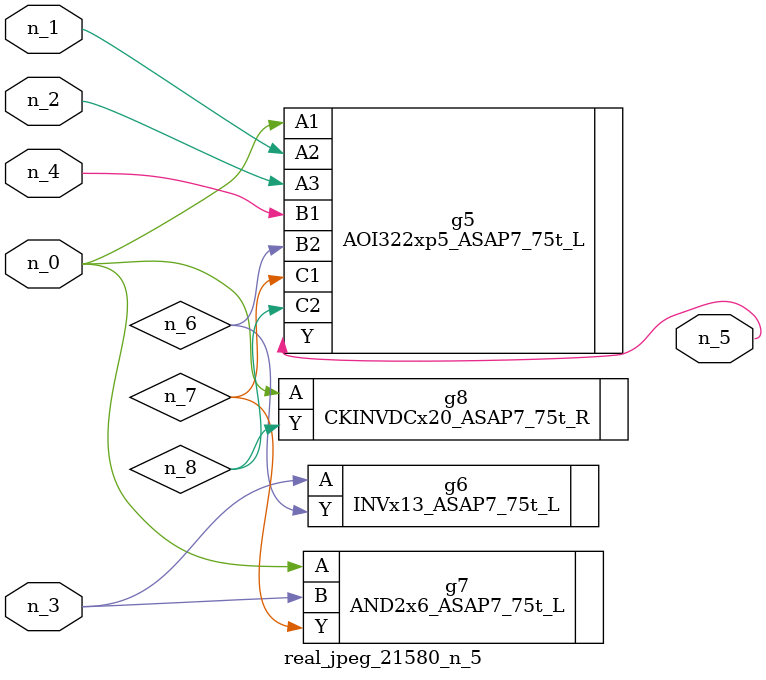
<source format=v>
module real_jpeg_21580_n_5 (n_4, n_0, n_1, n_2, n_3, n_5);

input n_4;
input n_0;
input n_1;
input n_2;
input n_3;

output n_5;

wire n_8;
wire n_6;
wire n_7;

AOI322xp5_ASAP7_75t_L g5 ( 
.A1(n_0),
.A2(n_1),
.A3(n_2),
.B1(n_4),
.B2(n_6),
.C1(n_7),
.C2(n_8),
.Y(n_5)
);

AND2x6_ASAP7_75t_L g7 ( 
.A(n_0),
.B(n_3),
.Y(n_7)
);

CKINVDCx20_ASAP7_75t_R g8 ( 
.A(n_0),
.Y(n_8)
);

INVx13_ASAP7_75t_L g6 ( 
.A(n_3),
.Y(n_6)
);


endmodule
</source>
